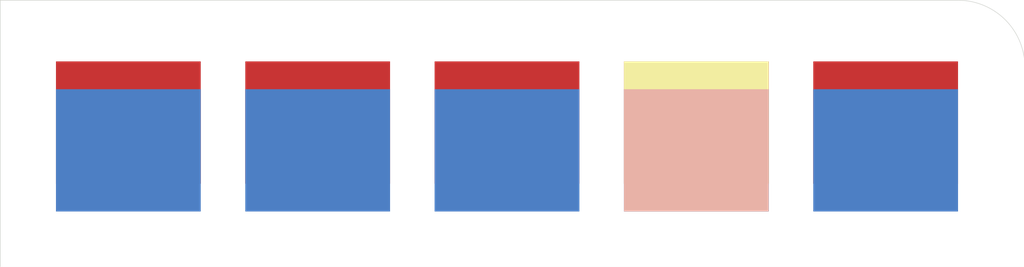
<source format=kicad_pcb>
(kicad_pcb (version 20171130) (host pcbnew "(5.0.0)")

  (general
    (thickness 1.6)
    (drawings 10)
    (tracks 0)
    (zones 0)
    (modules 2)
    (nets 1)
  )

  (page A3)
  (layers
    (0 F.Cu signal)
    (31 B.Cu signal)
    (32 B.Adhes user)
    (33 F.Adhes user)
    (34 B.Paste user)
    (35 F.Paste user)
    (36 B.SilkS user)
    (37 F.SilkS user)
    (38 B.Mask user)
    (39 F.Mask user)
    (40 Dwgs.User user)
    (41 Cmts.User user)
    (42 Eco1.User user)
    (43 Eco2.User user)
    (44 Edge.Cuts user)
  )

  (setup
    (last_trace_width 0.254)
    (trace_clearance 0.254)
    (zone_clearance 0.508)
    (zone_45_only no)
    (trace_min 0.254)
    (segment_width 0.1)
    (edge_width 0.1)
    (via_size 0.889)
    (via_drill 0.635)
    (via_min_size 0.889)
    (via_min_drill 0.508)
    (uvia_size 0.508)
    (uvia_drill 0.127)
    (uvias_allowed no)
    (uvia_min_size 0.508)
    (uvia_min_drill 0.127)
    (pcb_text_width 0.3)
    (pcb_text_size 1.5 1.5)
    (mod_edge_width 0.15)
    (mod_text_size 1 1)
    (mod_text_width 0.15)
    (pad_size 2.2 2.6)
    (pad_drill 0)
    (pad_to_mask_clearance 0)
    (aux_axis_origin 0 0)
    (visible_elements 7FFFFFFF)
    (pcbplotparams
      (layerselection 0x00030_ffffffff)
      (usegerberextensions true)
      (usegerberattributes false)
      (usegerberadvancedattributes false)
      (creategerberjobfile false)
      (excludeedgelayer true)
      (linewidth 0.150000)
      (plotframeref false)
      (viasonmask false)
      (mode 1)
      (useauxorigin false)
      (hpglpennumber 1)
      (hpglpenspeed 20)
      (hpglpendiameter 15.000000)
      (psnegative false)
      (psa4output false)
      (plotreference true)
      (plotvalue true)
      (plotinvisibletext false)
      (padsonsilk false)
      (subtractmaskfromsilk false)
      (outputformat 1)
      (mirror false)
      (drillshape 1)
      (scaleselection 1)
      (outputdirectory ""))
  )

  (net 0 "")

  (net_class Default "This is the default net class."
    (clearance 0.254)
    (trace_width 0.254)
    (via_dia 0.889)
    (via_drill 0.635)
    (uvia_dia 0.508)
    (uvia_drill 0.127)
  )

  (module "" (layer B.Cu) (tedit 5CE3F4FE) (tstamp 5CE40AA1)
    (at 215.800003 147.500006 270)
    (fp_text reference "" (at 0 0 270) (layer B.SilkS)
      (effects (font (size 1.27 1.27) (thickness 0.15)) (justify mirror))
    )
    (fp_text value "" (at 0 0 270) (layer B.SilkS)
      (effects (font (size 1.27 1.27) (thickness 0.15)) (justify mirror))
    )
    (pad 2 smd rect (at -0.1 10.1 270) (size 2.2 2.6) (layers F.Cu F.Mask))
    (pad 3 smd rect (at -0.1 6.7 270) (size 2.2 2.6) (layers F.Cu F.Mask))
    (pad 5 smd rect (at -0.1 -0.1 270) (size 2.2 2.6) (layers F.Cu F.Mask))
    (pad 4 smd rect (at -0.1 3.3 270) (size 2.2 2.6) (layers F.Cu F.SilkS))
    (pad 1 smd rect (at -0.1 13.5 270) (size 2.2 2.6) (layers F.Cu F.Mask))
  )

  (module "" (layer F.Cu) (tedit 5CE3F4FE) (tstamp 5CE40A2D)
    (at 215.799997 147.800006 90)
    (fp_text reference "" (at 0 0 90) (layer F.SilkS)
      (effects (font (size 1.27 1.27) (thickness 0.15)))
    )
    (fp_text value "" (at 0 0 90) (layer F.SilkS)
      (effects (font (size 1.27 1.27) (thickness 0.15)))
    )
    (pad 2 smd rect (at -0.1 -10.1 90) (size 2.2 2.6) (layers B.Cu B.Mask))
    (pad 3 smd rect (at -0.1 -6.7 90) (size 2.2 2.6) (layers B.Cu B.Mask))
    (pad 5 smd rect (at -0.1 0.1 90) (size 2.2 2.6) (layers B.Cu B.Mask))
    (pad 4 smd rect (at -0.1 -3.3 90) (size 2.2 2.6) (layers B.Cu B.SilkS))
    (pad 1 smd rect (at -0.1 -13.5 90) (size 2.2 2.6) (layers B.Cu B.Mask))
  )

  (gr_line (start 218.399994 150) (end 200 150) (angle 90) (layer Edge.Cuts) (width 0.01) (tstamp 5CE40A25))
  (gr_line (start 218.399994 146.400009) (end 218.399994 150) (angle 90) (layer Edge.Cuts) (width 0.01) (tstamp 5CE40A24))
  (gr_arc (start 217.199919 146.400088) (end 218.399994 146.400009) (angle -89.97513145) (layer Edge.Cuts) (width 0.01) (tstamp 5CE40A2C))
  (gr_line (start 200 145.200012) (end 217.199997 145.200012) (angle 90) (layer Edge.Cuts) (width 0.01) (tstamp 5CE40A2B))
  (gr_circle (center 209.099999 147.400009) (end 209.999999 147.400009) (layer Eco1.User) (width 0.01) (tstamp 5CE40A2A))
  (gr_circle (center 212.5 147.400009) (end 213.4 147.400009) (layer Eco1.User) (width 0.01) (tstamp 5CE40A29))
  (gr_circle (center 202.299995 147.400009) (end 203.199995 147.400009) (layer Eco1.User) (width 0.01) (tstamp 5CE40A28))
  (gr_line (start 200 150) (end 200 145.200012) (angle 90) (layer Edge.Cuts) (width 0.01) (tstamp 5CE40A27))
  (gr_circle (center 205.699997 147.400009) (end 206.599997 147.400009) (layer Eco1.User) (width 0.01) (tstamp 5CE40A26))
  (gr_circle (center 215.899994 147.400009) (end 216.799994 147.400009) (layer Eco1.User) (width 0.01) (tstamp 5CE40A23))

)

</source>
